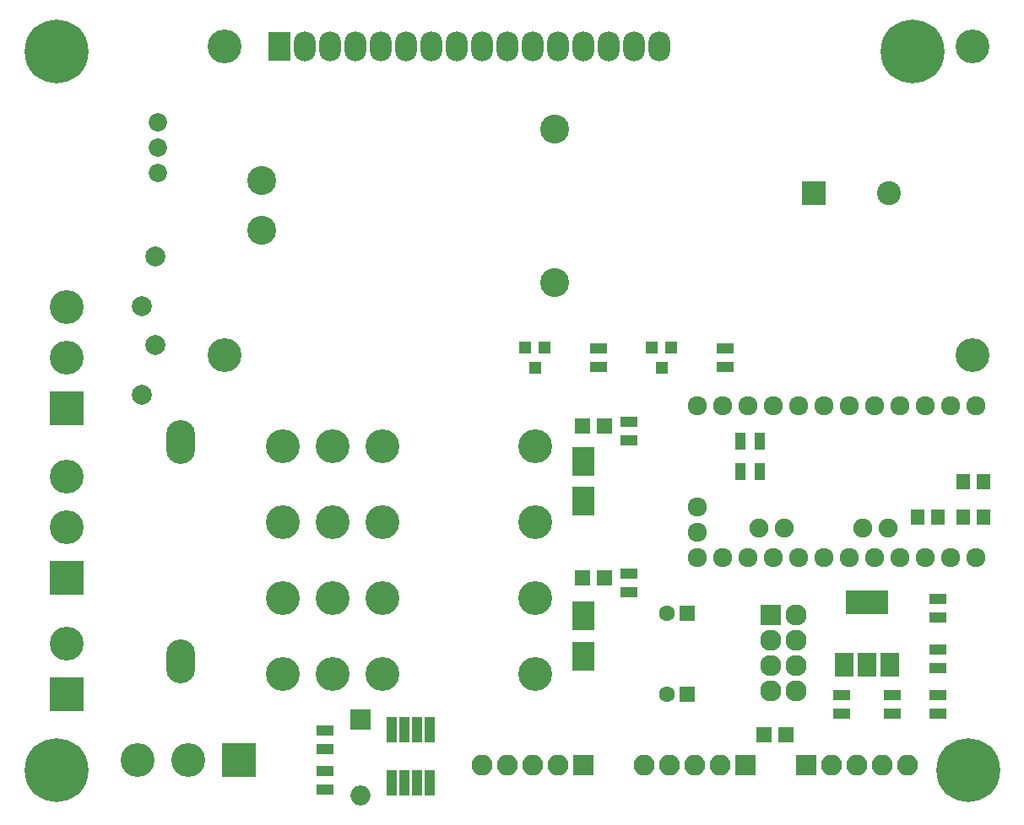
<source format=gbr>
G04 #@! TF.GenerationSoftware,KiCad,Pcbnew,(2018-02-09 revision dba198e57)-makepkg*
G04 #@! TF.CreationDate,2018-02-17T15:50:05+01:00*
G04 #@! TF.ProjectId,Kellerklima,4B656C6C65726B6C696D612E6B696361,rev?*
G04 #@! TF.SameCoordinates,Original*
G04 #@! TF.FileFunction,Soldermask,Top*
G04 #@! TF.FilePolarity,Negative*
%FSLAX46Y46*%
G04 Gerber Fmt 4.6, Leading zero omitted, Abs format (unit mm)*
G04 Created by KiCad (PCBNEW (2018-02-09 revision dba198e57)-makepkg) date 02/17/18 15:50:05*
%MOMM*%
%LPD*%
G01*
G04 APERTURE LIST*
%ADD10R,1.600000X1.600000*%
%ADD11R,1.700000X1.100000*%
%ADD12C,1.924000*%
%ADD13C,1.900000*%
%ADD14C,2.400000*%
%ADD15R,2.400000X2.400000*%
%ADD16R,1.900000X2.400000*%
%ADD17R,4.200000X2.400000*%
%ADD18C,3.400000*%
%ADD19O,2.200000X3.000000*%
%ADD20R,2.200000X3.000000*%
%ADD21O,2.000000X2.000000*%
%ADD22R,2.000000X2.000000*%
%ADD23C,1.840000*%
%ADD24R,1.000000X2.600000*%
%ADD25C,2.900000*%
%ADD26C,6.400000*%
%ADD27R,3.400000X3.400000*%
%ADD28O,2.100000X2.100000*%
%ADD29R,2.100000X2.100000*%
%ADD30C,1.600000*%
%ADD31R,1.400000X1.650000*%
%ADD32R,2.200000X2.900000*%
%ADD33R,2.127200X2.127200*%
%ADD34O,2.127200X2.127200*%
%ADD35O,2.900000X4.400000*%
%ADD36R,1.100000X1.700000*%
%ADD37R,1.200000X1.300000*%
%ADD38C,2.000000*%
G04 APERTURE END LIST*
D10*
X109812000Y-61468000D03*
X107612000Y-61468000D03*
X107612000Y-76708000D03*
X109812000Y-76708000D03*
D11*
X112268000Y-76266000D03*
X112268000Y-78166000D03*
X112268000Y-62926000D03*
X112268000Y-61026000D03*
D12*
X119126000Y-69596000D03*
X119126000Y-72136000D03*
D13*
X125349000Y-71755000D03*
X127889000Y-71755000D03*
X135763000Y-71755000D03*
X138303000Y-71755000D03*
D12*
X119126000Y-74676000D03*
X121666000Y-74676000D03*
X124206000Y-74676000D03*
X126746000Y-74676000D03*
X129286000Y-74676000D03*
X131826000Y-74676000D03*
X134366000Y-74676000D03*
X136906000Y-74676000D03*
X139446000Y-74676000D03*
X141986000Y-74676000D03*
X144526000Y-74676000D03*
X147066000Y-74676000D03*
X119126000Y-59436000D03*
X121666000Y-59436000D03*
X124206000Y-59436000D03*
X126746000Y-59436000D03*
X129286000Y-59436000D03*
X131826000Y-59436000D03*
X134366000Y-59436000D03*
X136906000Y-59436000D03*
X139446000Y-59436000D03*
X141986000Y-59436000D03*
X144526000Y-59436000D03*
X147066000Y-59436000D03*
D14*
X138410000Y-38100000D03*
D15*
X130810000Y-38100000D03*
D16*
X133844000Y-85446000D03*
X138444000Y-85446000D03*
X136144000Y-85446000D03*
D17*
X136144000Y-79146000D03*
D18*
X146716000Y-23368000D03*
X146715480Y-54368700D03*
X71716900Y-54368700D03*
X71716900Y-23368000D03*
D19*
X115316000Y-23368000D03*
X112776000Y-23368000D03*
X110236000Y-23368000D03*
X107696000Y-23368000D03*
X105156000Y-23368000D03*
X102616000Y-23368000D03*
X100076000Y-23368000D03*
X97536000Y-23368000D03*
X94996000Y-23368000D03*
X92456000Y-23368000D03*
X89916000Y-23368000D03*
X87376000Y-23368000D03*
X84836000Y-23368000D03*
X82296000Y-23368000D03*
X79756000Y-23368000D03*
D20*
X77216000Y-23368000D03*
D21*
X85344000Y-98552000D03*
D22*
X85344000Y-90932000D03*
D23*
X65024000Y-30988000D03*
X65024000Y-33528000D03*
X65024000Y-36068000D03*
D11*
X81788000Y-93914000D03*
X81788000Y-92014000D03*
X81788000Y-96078000D03*
X81788000Y-97978000D03*
D24*
X89789000Y-97327432D03*
X89789000Y-91927432D03*
X88519000Y-97327432D03*
X91059000Y-97327432D03*
X92329000Y-97327432D03*
X88519000Y-91927432D03*
X91059000Y-91927432D03*
X92329000Y-91927432D03*
D18*
X102870000Y-86360000D03*
X102870000Y-78740000D03*
X82550000Y-86360000D03*
X77550000Y-78740000D03*
X87550000Y-78740000D03*
X87550000Y-86360000D03*
X82550000Y-78740000D03*
X77550000Y-86360000D03*
X77550000Y-71120000D03*
X82550000Y-63500000D03*
X87550000Y-71120000D03*
X87550000Y-63500000D03*
X77550000Y-63500000D03*
X82550000Y-71120000D03*
X102870000Y-63500000D03*
X102870000Y-71120000D03*
D25*
X75470000Y-36870000D03*
X75470000Y-41870000D03*
X104870000Y-31670000D03*
X104870000Y-47070000D03*
D26*
X146304000Y-96012000D03*
X140716000Y-23876000D03*
X54864000Y-23876000D03*
X54864000Y-96012000D03*
D18*
X55880000Y-83312000D03*
D27*
X55880000Y-88392000D03*
D28*
X140208000Y-95504000D03*
X137668000Y-95504000D03*
X135128000Y-95504000D03*
X132588000Y-95504000D03*
D29*
X130048000Y-95504000D03*
D10*
X118110000Y-88392000D03*
D30*
X116110000Y-88392000D03*
X116110000Y-80264000D03*
D10*
X118110000Y-80264000D03*
X128016000Y-92456000D03*
X125816000Y-92456000D03*
D31*
X143240000Y-70612000D03*
X141240000Y-70612000D03*
X147812000Y-67056000D03*
X145812000Y-67056000D03*
X147812000Y-70612000D03*
X145812000Y-70612000D03*
D32*
X107696000Y-84550000D03*
X107696000Y-80550000D03*
X107696000Y-65024000D03*
X107696000Y-69024000D03*
D33*
X126504633Y-80469818D03*
D34*
X129044633Y-80469818D03*
X126504633Y-83009818D03*
X129044633Y-83009818D03*
X126504633Y-85549818D03*
X129044633Y-85549818D03*
X126504633Y-88089818D03*
X129044633Y-88089818D03*
D35*
X67310000Y-85090000D03*
X67310000Y-63090000D03*
D29*
X123952000Y-95504000D03*
D28*
X121412000Y-95504000D03*
X118872000Y-95504000D03*
X116332000Y-95504000D03*
X113792000Y-95504000D03*
X97536000Y-95504000D03*
X100076000Y-95504000D03*
X102616000Y-95504000D03*
X105156000Y-95504000D03*
D29*
X107696000Y-95504000D03*
D11*
X121920000Y-53660000D03*
X121920000Y-55560000D03*
X143256000Y-83886000D03*
X143256000Y-85786000D03*
X138684000Y-90358000D03*
X138684000Y-88458000D03*
X143256000Y-80706000D03*
X143256000Y-78806000D03*
D36*
X125410000Y-62992000D03*
X123510000Y-62992000D03*
D11*
X109220000Y-53660000D03*
X109220000Y-55560000D03*
X143256000Y-88458000D03*
X143256000Y-90358000D03*
X133604000Y-88458000D03*
X133604000Y-90358000D03*
D36*
X125410000Y-66040000D03*
X123510000Y-66040000D03*
D37*
X115570000Y-55610000D03*
X114620000Y-53610000D03*
X116520000Y-53610000D03*
X103820000Y-53610000D03*
X101920000Y-53610000D03*
X102870000Y-55610000D03*
D18*
X55880000Y-49530000D03*
X55880000Y-54610000D03*
D27*
X55880000Y-59690000D03*
X55880000Y-76708000D03*
D18*
X55880000Y-71628000D03*
X55880000Y-66548000D03*
X62992000Y-94996000D03*
X68072000Y-94996000D03*
D27*
X73152000Y-94996000D03*
D38*
X64770000Y-53340000D03*
X63470000Y-58340000D03*
X63470000Y-49450000D03*
X64770000Y-44450000D03*
M02*

</source>
